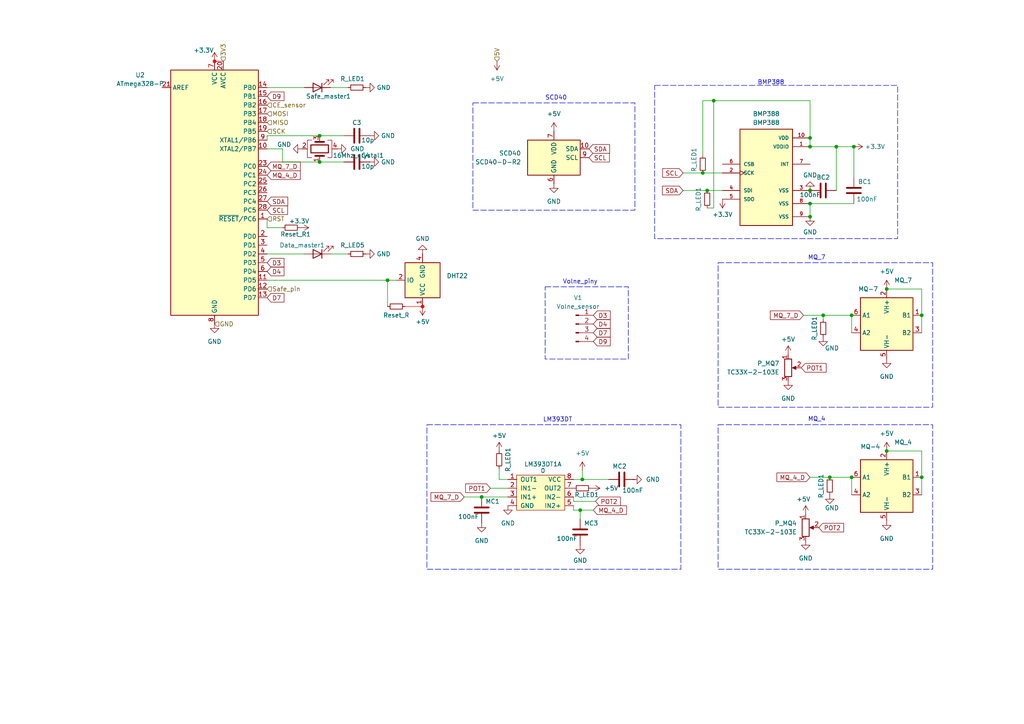
<source format=kicad_sch>
(kicad_sch (version 20230121) (generator eeschema)
  (paper "A4")
  (lib_symbols
    (symbol "BMP388:BMP388" (pin_names (offset 1.016))
      (property "Reference" "U" (at -1.27 16.51 0))
      (property "Value" "BMP388" (at -7.6268 -15.2536 0))
      (symbol "BMP388_0_0"
        (rectangle (start -7.62 15.24) (end 7.62 -12.7) (stroke (width 0.254)) (fill (type background)))
        (pin power_in line (at 12.7 10.16 180) (length 5.08) (name "VDDIO") (number "1"))
        (pin power_in line (at 12.7 12.7 180) (length 5.08) (name "VDD") (number "10"))
        (pin input clock (at -12.7 2.54 0) (length 5.08) (name "SCK") (number "2"))
        (pin power_in line (at 12.7 -2.54 180) (length 5.08) (name "VSS") (number "3"))
        (pin bidirectional line (at -12.7 -2.54 0) (length 5.08) (name "SDI") (number "4"))
        (pin bidirectional line (at -12.7 -5.08 0) (length 5.08) (name "SDO") (number "5"))
        (pin input line (at -12.7 5.08 0) (length 5.08) (name "CSB") (number "6"))
        (pin output line (at 12.7 5.08 180) (length 5.08) (name "INT") (number "7"))
        (pin power_in line (at 12.7 -6.35 180) (length 5.08) (name "VSS") (number "8"))
        (pin power_in line (at 12.7 -10.16 180) (length 5.08) (name "VSS") (number "9"))
      )
    )
    (symbol "Connector:Conn_01x04_Pin" (pin_names (offset 1.016) hide)
      (property "Reference" "J" (at 0 5.08 0))
      (property "Value" "Conn_01x04_Pin" (at 0 -7.62 0))
      (symbol "Conn_01x04_Pin_1_1"
        (polyline (pts (xy 1.27 -5.08) (xy 0.8636 -5.08)) (stroke (width 0.1524)))
        (polyline (pts (xy 1.27 -2.54) (xy 0.8636 -2.54)) (stroke (width 0.1524)))
        (polyline (pts (xy 1.27 0) (xy 0.8636 0)) (stroke (width 0.1524)))
        (polyline (pts (xy 1.27 2.54) (xy 0.8636 2.54)) (stroke (width 0.1524)))
        (rectangle (start 0.8636 -4.953) (end 0 -5.207) (stroke (width 0.1524)) (fill (type outline)))
        (rectangle (start 0.8636 -2.413) (end 0 -2.667) (stroke (width 0.1524)) (fill (type outline)))
        (rectangle (start 0.8636 0.127) (end 0 -0.127) (stroke (width 0.1524)) (fill (type outline)))
        (rectangle (start 0.8636 2.667) (end 0 2.413) (stroke (width 0.1524)) (fill (type outline)))
        (pin passive line (at 5.08 2.54 180) (length 3.81) (name "Pin_1") (number "1"))
        (pin passive line (at 5.08 0 180) (length 3.81) (name "Pin_2") (number "2"))
        (pin passive line (at 5.08 -2.54 180) (length 3.81) (name "Pin_3") (number "3"))
        (pin passive line (at 5.08 -5.08 180) (length 3.81) (name "Pin_4") (number "4"))
      )
    )
    (symbol "Device:C" (pin_numbers hide) (pin_names (offset 0.254))
      (property "Reference" "C" (at 0.635 2.54 0))
      (property "Value" "C" (at 0.635 -2.54 0))
      (symbol "C_0_1"
        (polyline (pts (xy -2.032 -0.762) (xy 2.032 -0.762)) (stroke (width 0.508)))
        (polyline (pts (xy -2.032 0.762) (xy 2.032 0.762)) (stroke (width 0.508)))
      )
      (symbol "C_1_1"
        (pin passive line (at 0 3.81 270) (length 2.794) (name "~") (number "1"))
        (pin passive line (at 0 -3.81 90) (length 2.794) (name "~") (number "2"))
      )
    )
    (symbol "Device:Crystal_GND24" (pin_names (offset 1.016) hide)
      (property "Reference" "Y" (at 3.175 5.08 0))
      (property "Value" "Crystal_GND24" (at 3.175 3.175 0))
      (symbol "Crystal_GND24_0_1"
        (rectangle (start -1.143 2.54) (end 1.143 -2.54) (stroke (width 0.3048)))
        (polyline (pts (xy -2.54 0) (xy -2.032 0)))
        (polyline (pts (xy -2.032 -1.27) (xy -2.032 1.27)) (stroke (width 0.508)))
        (polyline (pts (xy 0 -3.81) (xy 0 -3.556)))
        (polyline (pts (xy 0 3.556) (xy 0 3.81)))
        (polyline (pts (xy 2.032 -1.27) (xy 2.032 1.27)) (stroke (width 0.508)))
        (polyline (pts (xy 2.032 0) (xy 2.54 0)))
        (polyline (pts (xy -2.54 -2.286) (xy -2.54 -3.556) (xy 2.54 -3.556) (xy 2.54 -2.286)))
        (polyline (pts (xy -2.54 2.286) (xy -2.54 3.556) (xy 2.54 3.556) (xy 2.54 2.286)))
      )
      (symbol "Crystal_GND24_1_1"
        (pin passive line (at -3.81 0 0) (length 1.27) (name "1") (number "1"))
        (pin passive line (at 0 5.08 270) (length 1.27) (name "2") (number "2"))
        (pin passive line (at 3.81 0 180) (length 1.27) (name "3") (number "3"))
        (pin passive line (at 0 -5.08 90) (length 1.27) (name "4") (number "4"))
      )
    )
    (symbol "Device:LED" (pin_numbers hide) (pin_names (offset 1.016) hide)
      (property "Reference" "D" (at 0 2.54 0))
      (property "Value" "LED" (at 0 -2.54 0))
      (symbol "LED_0_1"
        (polyline (pts (xy -1.27 -1.27) (xy -1.27 1.27)) (stroke (width 0.254)))
        (polyline (pts (xy -1.27 0) (xy 1.27 0)))
        (polyline (pts (xy 1.27 -1.27) (xy 1.27 1.27) (xy -1.27 0) (xy 1.27 -1.27)) (stroke (width 0.254)))
        (polyline (pts (xy -3.048 -0.762) (xy -4.572 -2.286) (xy -3.81 -2.286) (xy -4.572 -2.286) (xy -4.572 -1.524)))
        (polyline (pts (xy -1.778 -0.762) (xy -3.302 -2.286) (xy -2.54 -2.286) (xy -3.302 -2.286) (xy -3.302 -1.524)))
      )
      (symbol "LED_1_1"
        (pin passive line (at -3.81 0 0) (length 2.54) (name "K") (number "1"))
        (pin passive line (at 3.81 0 180) (length 2.54) (name "A") (number "2"))
      )
    )
    (symbol "Device:R_Potentiometer" (pin_names (offset 1.016) hide)
      (property "Reference" "RV" (at -4.445 0 90))
      (property "Value" "R_Potentiometer" (at -2.54 0 90))
      (symbol "R_Potentiometer_0_1"
        (polyline (pts (xy 2.54 0) (xy 1.524 0)))
        (polyline (pts (xy 1.143 0) (xy 2.286 0.508) (xy 2.286 -0.508) (xy 1.143 0)) (fill (type outline)))
        (rectangle (start 1.016 2.54) (end -1.016 -2.54) (stroke (width 0.254)))
      )
      (symbol "R_Potentiometer_1_1"
        (pin passive line (at 0 3.81 270) (length 1.27) (name "1") (number "1"))
        (pin passive line (at 3.81 0 180) (length 1.27) (name "2") (number "2"))
        (pin passive line (at 0 -3.81 90) (length 1.27) (name "3") (number "3"))
      )
    )
    (symbol "Device:R_Small" (pin_numbers hide) (pin_names (offset 0.254) hide)
      (property "Reference" "R" (at 0.762 0.508 0))
      (property "Value" "R_Small" (at 0.762 -1.016 0))
      (symbol "R_Small_0_1"
        (rectangle (start -0.762 1.778) (end 0.762 -1.778) (stroke (width 0.2032)))
      )
      (symbol "R_Small_1_1"
        (pin passive line (at 0 2.54 270) (length 0.762) (name "~") (number "1"))
        (pin passive line (at 0 -2.54 90) (length 0.762) (name "~") (number "2"))
      )
    )
    (symbol "LM393DT:LM393DT" (pin_names (offset 1.016))
      (property "Reference" "IC" (at 17.78 -11.43 0))
      (property "Value" "LM393DT" (at 19.05 -15.24 0))
      (symbol "LM393DT_0_1"
        (rectangle (start -5.08 5.08) (end 8.89 -5.08) (fill (type background)))
      )
      (symbol "LM393DT_1_1"
        (pin input line (at -7.62 3.81 0) (length 2.54) (name "OUT1") (number "1"))
        (pin input line (at -7.62 1.27 0) (length 2.54) (name "IN1-") (number "2"))
        (pin input line (at -7.62 -1.27 0) (length 2.54) (name "IN1+") (number "3"))
        (pin input line (at -7.62 -3.81 0) (length 2.54) (name "GND") (number "4"))
        (pin input line (at 11.43 -3.81 180) (length 2.54) (name "IN2+") (number "5"))
        (pin input line (at 11.43 -1.27 180) (length 2.54) (name "IN2-") (number "6"))
        (pin input line (at 11.43 1.27 180) (length 2.54) (name "OUT2") (number "7"))
        (pin input line (at 11.43 3.81 180) (length 2.54) (name "VCC") (number "8"))
      )
      (symbol "LM393DT_2_0"
        (polyline (pts (xy -5.08 -7.62) (xy 7.62 0)) (stroke (width 0.254)))
        (polyline (pts (xy -5.08 7.62) (xy -5.08 -7.62)) (stroke (width 0.254)))
        (polyline (pts (xy -3.81 -2.54) (xy -1.27 -2.54)) (stroke (width 0.254)))
        (polyline (pts (xy -3.81 2.54) (xy -1.27 2.54)) (stroke (width 0.254)))
        (polyline (pts (xy -2.54 -3.81) (xy -2.54 -1.27)) (stroke (width 0.254)))
        (polyline (pts (xy 7.62 0) (xy -5.08 7.62)) (stroke (width 0.254)))
      )
      (symbol "LM393DT_2_1"
        (pin input line (at -7.62 1.27 0) (length 2.54) (name "IN1-") (number "-UB"))
        (pin input line (at -7.62 3.81 0) (length 2.54) (name "OUT1") (number "-UB"))
        (pin input line (at -7.62 -1.27 0) (length 2.54) (name "IN1+") (number "3-UB"))
        (pin input line (at -7.62 -3.81 0) (length 2.54) (name "GND") (number "4-UB"))
        (pin input line (at 11.43 -3.81 180) (length 2.54) (name "IN2+") (number "5-UB"))
        (pin input line (at 11.43 -1.27 180) (length 2.54) (name "IN2-") (number "6-UB"))
        (pin input line (at 11.43 1.27 180) (length 2.54) (name "OUT2") (number "7-UB"))
        (pin input line (at 11.43 3.81 180) (length 2.54) (name "VCC") (number "8-UB"))
      )
    )
    (symbol "MCU_Microchip_ATmega:ATmega328-P"
      (property "Reference" "U" (at -12.7 36.83 0))
      (property "Value" "ATmega328-P" (at 2.54 -36.83 0))
      (symbol "ATmega328-P_0_1"
        (rectangle (start -12.7 -35.56) (end 12.7 35.56) (stroke (width 0.254)) (fill (type background)))
      )
      (symbol "ATmega328-P_1_1"
        (pin bidirectional line (at 15.24 -7.62 180) (length 2.54) (name "~{RESET}/PC6") (number "1"))
        (pin bidirectional line (at 15.24 12.7 180) (length 2.54) (name "XTAL2/PB7") (number "10"))
        (pin bidirectional line (at 15.24 -25.4 180) (length 2.54) (name "PD5") (number "11"))
        (pin bidirectional line (at 15.24 -27.94 180) (length 2.54) (name "PD6") (number "12"))
        (pin bidirectional line (at 15.24 -30.48 180) (length 2.54) (name "PD7") (number "13"))
        (pin bidirectional line (at 15.24 30.48 180) (length 2.54) (name "PB0") (number "14"))
        (pin bidirectional line (at 15.24 27.94 180) (length 2.54) (name "PB1") (number "15"))
        (pin bidirectional line (at 15.24 25.4 180) (length 2.54) (name "PB2") (number "16"))
        (pin bidirectional line (at 15.24 22.86 180) (length 2.54) (name "PB3") (number "17"))
        (pin bidirectional line (at 15.24 20.32 180) (length 2.54) (name "PB4") (number "18"))
        (pin bidirectional line (at 15.24 17.78 180) (length 2.54) (name "PB5") (number "19"))
        (pin bidirectional line (at 15.24 -12.7 180) (length 2.54) (name "PD0") (number "2"))
        (pin power_in line (at 2.54 38.1 270) (length 2.54) (name "AVCC") (number "20"))
        (pin passive line (at -15.24 30.48 0) (length 2.54) (name "AREF") (number "21"))
        (pin passive line (at 0 -38.1 90) (length 2.54) hide (name "GND") (number "22"))
        (pin bidirectional line (at 15.24 7.62 180) (length 2.54) (name "PC0") (number "23"))
        (pin bidirectional line (at 15.24 5.08 180) (length 2.54) (name "PC1") (number "24"))
        (pin bidirectional line (at 15.24 2.54 180) (length 2.54) (name "PC2") (number "25"))
        (pin bidirectional line (at 15.24 0 180) (length 2.54) (name "PC3") (number "26"))
        (pin bidirectional line (at 15.24 -2.54 180) (length 2.54) (name "PC4") (number "27"))
        (pin bidirectional line (at 15.24 -5.08 180) (length 2.54) (name "PC5") (number "28"))
        (pin bidirectional line (at 15.24 -15.24 180) (length 2.54) (name "PD1") (number "3"))
        (pin bidirectional line (at 15.24 -17.78 180) (length 2.54) (name "PD2") (number "4"))
        (pin bidirectional line (at 15.24 -20.32 180) (length 2.54) (name "PD3") (number "5"))
        (pin bidirectional line (at 15.24 -22.86 180) (length 2.54) (name "PD4") (number "6"))
        (pin power_in line (at 0 38.1 270) (length 2.54) (name "VCC") (number "7"))
        (pin power_in line (at 0 -38.1 90) (length 2.54) (name "GND") (number "8"))
        (pin bidirectional line (at 15.24 15.24 180) (length 2.54) (name "XTAL1/PB6") (number "9"))
      )
    )
    (symbol "Sensor:DHT11"
      (property "Reference" "U" (at -3.81 6.35 0))
      (property "Value" "DHT11" (at 3.81 6.35 0))
      (symbol "DHT11_0_1"
        (rectangle (start -5.08 5.08) (end 5.08 -5.08) (stroke (width 0.254)) (fill (type background)))
      )
      (symbol "DHT11_1_1"
        (pin power_in line (at 0 7.62 270) (length 2.54) (name "VCC") (number "1"))
        (pin bidirectional line (at 7.62 0 180) (length 2.54) (name "IO") (number "2"))
        (pin no_connect line (at -5.08 0 0) (length 2.54) hide (name "NC") (number "3"))
        (pin power_in line (at 0 -7.62 90) (length 2.54) (name "GND") (number "4"))
      )
    )
    (symbol "Sensor_Gas:MQ-6"
      (property "Reference" "U" (at -6.35 8.89 0))
      (property "Value" "MQ-6" (at 3.81 8.89 0))
      (symbol "MQ-6_0_1"
        (rectangle (start -7.62 7.62) (end 7.62 -7.62) (stroke (width 0.254)) (fill (type background)))
      )
      (symbol "MQ-6_1_1"
        (pin passive line (at 10.16 2.54 180) (length 2.54) (name "B1") (number "1"))
        (pin power_in line (at 0 10.16 270) (length 2.54) (name "VH+") (number "2"))
        (pin passive line (at 10.16 -2.54 180) (length 2.54) (name "B2") (number "3"))
        (pin passive line (at -10.16 -2.54 0) (length 2.54) (name "A2") (number "4"))
        (pin power_in line (at 0 -10.16 90) (length 2.54) (name "VH-") (number "5"))
        (pin passive line (at -10.16 2.54 0) (length 2.54) (name "A1") (number "6"))
      )
    )
    (symbol "Sensor_Gas:SCD40-D-R2"
      (property "Reference" "U" (at -7.62 6.35 0))
      (property "Value" "SCD40-D-R2" (at 6.985 6.35 0))
      (symbol "SCD40-D-R2_0_1"
        (rectangle (start 7.62 5.08) (end -7.62 -5.08) (stroke (width 0.254)) (fill (type background)))
      )
      (symbol "SCD40-D-R2_1_1"
        (pin bidirectional line (at 10.16 2.54 180) (length 2.54) (name "SDA") (number "10"))
        (pin passive line (at 0 7.62 270) (length 2.54) hide (name "VDD") (number "19"))
        (pin passive line (at 0 -7.62 90) (length 2.54) hide (name "GND") (number "20"))
        (pin passive line (at 0 -7.62 90) (length 2.54) hide (name "GND") (number "21"))
        (pin power_in line (at 0 -7.62 90) (length 2.54) (name "GND") (number "6"))
        (pin power_in line (at 0 7.62 270) (length 2.54) (name "VDD") (number "7"))
        (pin input line (at 10.16 0 180) (length 2.54) (name "SCL") (number "9"))
      )
    )
    (symbol "power:+3.3V" (power) (pin_names (offset 0))
      (property "Value" "+3.3V" (at 0 3.556 0))
      (symbol "+3.3V_0_1"
        (polyline (pts (xy -0.762 1.27) (xy 0 2.54)))
        (polyline (pts (xy 0 0) (xy 0 2.54)))
        (polyline (pts (xy 0 2.54) (xy 0.762 1.27)))
      )
      (symbol "+3.3V_1_1"
        (pin power_in line (at 0 0 90) (length 0) hide (name "+3.3V") (number "1"))
      )
    )
    (symbol "power:+5V" (power) (pin_names (offset 0))
      (property "Value" "+5V" (at 0 3.556 0))
      (symbol "+5V_0_1"
        (polyline (pts (xy -0.762 1.27) (xy 0 2.54)))
        (polyline (pts (xy 0 0) (xy 0 2.54)))
        (polyline (pts (xy 0 2.54) (xy 0.762 1.27)))
      )
      (symbol "+5V_1_1"
        (pin power_in line (at 0 0 90) (length 0) hide (name "+5V") (number "1"))
      )
    )
    (symbol "power:GND" (power) (pin_names (offset 0))
      (property "Value" "GND" (at 0 -3.81 0))
      (symbol "GND_0_1"
        (polyline (pts (xy 0 0) (xy 0 -1.27) (xy 1.27 -1.27) (xy 0 -2.54) (xy -1.27 -1.27) (xy 0 -1.27)))
      )
      (symbol "GND_1_1"
        (pin power_in line (at 0 0 270) (length 0) hide (name "GND") (number "1"))
      )
    )
  )
  (junction (at 122.555 88.9) (color 255 0 0 1))
  (junction (at 257.175 130.81))
  (junction (at 62.23 17.78) (color 255 0 0 1))
  (junction (at 247.015 91.44))
  (junction (at 240.665 138.43))
  (junction (at 112.395 81.28))
  (junction (at 234.95 62.865))
  (junction (at 205.105 55.245))
  (junction (at 247.015 138.43))
  (junction (at 203.835 50.165))
  (junction (at 234.95 42.545))
  (junction (at 234.95 40.005))
  (junction (at 92.71 39.37))
  (junction (at 139.7 144.145))
  (junction (at 267.335 138.43))
  (junction (at 168.275 147.955))
  (junction (at 234.95 59.055))
  (junction (at 247.65 42.545))
  (junction (at 168.91 139.065))
  (junction (at 234.95 55.245))
  (junction (at 238.76 91.44))
  (junction (at 242.57 42.545))
  (junction (at 92.71 46.99))
  (junction (at 257.175 83.82))
  (junction (at 267.335 91.44))
  (junction (at 207.01 29.21))
  (wire (pts (xy 77.47 43.18) (xy 81.915 43.18)))
  (wire (pts (xy 267.335 91.44) (xy 267.335 83.82)))
  (wire (pts (xy 247.015 138.43) (xy 247.015 143.51)))
  (wire (pts (xy 112.395 81.28) (xy 114.935 81.28)))
  (wire (pts (xy 267.335 130.81) (xy 257.175 130.81)))
  (wire (pts (xy 139.7 144.145) (xy 147.32 144.145)))
  (wire (pts (xy 238.76 91.44) (xy 247.015 91.44)))
  (wire (pts (xy 168.91 139.065) (xy 176.53 139.065)))
  (wire (pts (xy 95.885 25.4) (xy 100.965 25.4)))
  (wire (pts (xy 112.395 88.9) (xy 112.395 81.28)))
  (wire (pts (xy 198.12 55.245) (xy 205.105 55.245)))
  (wire (pts (xy 172.085 147.955) (xy 168.275 147.955)))
  (wire (pts (xy 267.335 91.44) (xy 267.335 96.52)))
  (wire (pts (xy 240.665 138.43) (xy 247.015 138.43)))
  (wire (pts (xy 207.01 29.21) (xy 234.95 29.21)))
  (wire (pts (xy 234.95 40.005) (xy 234.95 42.545)))
  (wire (pts (xy 267.335 83.82) (xy 257.175 83.82)))
  (wire (pts (xy 77.47 39.37) (xy 92.71 39.37)))
  (wire (pts (xy 117.475 88.9) (xy 122.555 88.9)) (stroke (width 0) (color 255 0 0 1)))
  (wire (pts (xy 267.335 138.43) (xy 267.335 130.81)))
  (wire (pts (xy 81.915 46.99) (xy 92.71 46.99)))
  (wire (pts (xy 203.835 29.21) (xy 207.01 29.21)))
  (wire (pts (xy 203.835 50.165) (xy 209.55 50.165)))
  (wire (pts (xy 203.835 45.085) (xy 203.835 29.21)))
  (wire (pts (xy 205.105 60.325) (xy 207.01 60.325)))
  (wire (pts (xy 166.37 145.415) (xy 166.37 144.145)))
  (wire (pts (xy 166.37 147.955) (xy 166.37 146.685)))
  (wire (pts (xy 77.47 39.37) (xy 77.47 40.64)))
  (wire (pts (xy 77.47 73.66) (xy 88.265 73.66)))
  (wire (pts (xy 168.275 147.955) (xy 166.37 147.955)))
  (wire (pts (xy 240.665 138.43) (xy 234.95 138.43)))
  (wire (pts (xy 95.885 73.66) (xy 100.965 73.66)))
  (wire (pts (xy 242.57 42.545) (xy 242.57 55.245)))
  (wire (pts (xy 77.47 66.04) (xy 77.47 63.5)))
  (wire (pts (xy 81.915 66.04) (xy 77.47 66.04)))
  (wire (pts (xy 92.71 39.37) (xy 99.695 39.37)))
  (wire (pts (xy 247.015 91.44) (xy 247.015 96.52)))
  (wire (pts (xy 184.15 139.065) (xy 183.515 139.065)))
  (wire (pts (xy 234.95 59.055) (xy 247.65 59.055)))
  (wire (pts (xy 168.91 136.525) (xy 168.91 139.065)))
  (wire (pts (xy 205.105 55.245) (xy 209.55 55.245)))
  (wire (pts (xy 144.78 139.065) (xy 147.32 139.065)))
  (wire (pts (xy 242.57 42.545) (xy 247.65 42.545)))
  (wire (pts (xy 92.71 46.99) (xy 99.695 46.99)))
  (wire (pts (xy 207.01 29.21) (xy 207.01 60.325)))
  (wire (pts (xy 238.76 92.71) (xy 238.76 91.44)))
  (wire (pts (xy 267.335 138.43) (xy 267.335 143.51)))
  (wire (pts (xy 234.95 42.545) (xy 242.57 42.545)))
  (wire (pts (xy 172.72 145.415) (xy 166.37 145.415)))
  (wire (pts (xy 81.915 43.18) (xy 81.915 46.99)))
  (wire (pts (xy 198.12 50.165) (xy 203.835 50.165)))
  (wire (pts (xy 168.91 139.065) (xy 166.37 139.065)))
  (wire (pts (xy 77.47 25.4) (xy 88.265 25.4)))
  (wire (pts (xy 62.23 17.78) (xy 64.77 17.78)) (stroke (width 0) (color 255 0 0 1)))
  (wire (pts (xy 134.62 144.145) (xy 139.7 144.145)))
  (wire (pts (xy 142.24 141.605) (xy 147.32 141.605)))
  (wire (pts (xy 168.275 147.955) (xy 168.275 150.495)))
  (wire (pts (xy 144.78 135.89) (xy 144.78 139.065)))
  (wire (pts (xy 234.95 59.055) (xy 234.95 62.865)))
  (wire (pts (xy 77.47 81.28) (xy 112.395 81.28)))
  (wire (pts (xy 238.76 91.44) (xy 233.045 91.44)))
  (wire (pts (xy 247.65 42.545) (xy 247.65 51.435)))
  (wire (pts (xy 234.95 29.21) (xy 234.95 40.005)))
  (rectangle (start 189.865 24.765) (end 260.35 69.215) (stroke (width 0) (type dash)))
  (rectangle (start 158.115 83.185) (end 182.245 104.14) (stroke (width 0) (type dash)))
  (rectangle (start 123.825 123.19) (end 197.485 165.1) (stroke (width 0) (type dash)))
  (rectangle (start 137.16 29.845) (end 184.15 60.96) (stroke (width 0) (type dash)))
  (rectangle (start 208.28 76.2) (end 270.51 118.11) (stroke (width 0) (type dash)))
  (rectangle (start 208.28 123.19) (end 270.51 165.1) (stroke (width 0) (type dash)))
  (text "LM393DT" (at 157.48 122.555 0) (effects (font (size 1.27 1.27)) (justify left bottom)))
  (text "SCD40" (at 158.115 29.21 0) (effects (font (size 1.27 1.27)) (justify left bottom)))
  (text "MQ_7\n" (at 234.315 75.565 0) (effects (font (size 1.27 1.27)) (justify left bottom)))
  (text "Volne_piny" (at 163.195 82.55 0) (effects (font (size 1.27 1.27)) (justify left bottom)))
  (text "MQ_4\n\n" (at 234.315 124.46 0) (effects (font (size 1.27 1.27)) (justify left bottom)))
  (text "BMP388" (at 219.71 24.765 0) (effects (font (size 1.27 1.27)) (justify left bottom)))
  (global_label "SCL" (shape input) (at 77.47 60.96 0) (property "Intersheetrefs" "${INTERSHEET_REFS}" (effects hide)))
  (global_label "SDA" (shape input) (at 198.12 55.245 180) (property "Intersheetrefs" "${INTERSHEET_REFS}" (effects hide)))
  (global_label "MQ_7_D" (shape input) (at 134.62 144.145 180) (property "Intersheetrefs" "${INTERSHEET_REFS}" (effects hide)))
  (global_label "D4" (shape input) (at 172.085 93.98 0) (property "Intersheetrefs" "${INTERSHEET_REFS}" (effects hide)))
  (global_label "D7" (shape input) (at 77.47 86.36 0) (property "Intersheetrefs" "${INTERSHEET_REFS}" (effects hide)))
  (global_label "D3" (shape input) (at 172.085 91.44 0) (property "Intersheetrefs" "${INTERSHEET_REFS}" (effects hide)))
  (global_label "POT2" (shape input) (at 172.72 145.415 0) (property "Intersheetrefs" "${INTERSHEET_REFS}" (effects hide)))
  (global_label "POT1" (shape input) (at 232.41 106.68 0) (property "Intersheetrefs" "${INTERSHEET_REFS}" (effects hide)))
  (global_label "POT1" (shape input) (at 142.24 141.605 180) (property "Intersheetrefs" "${INTERSHEET_REFS}" (effects hide)))
  (global_label "SCL" (shape input) (at 170.815 45.72 0) (property "Intersheetrefs" "${INTERSHEET_REFS}" (effects hide)))
  (global_label "MQ_4_D" (shape input) (at 172.085 147.955 0) (property "Intersheetrefs" "${INTERSHEET_REFS}" (effects hide)))
  (global_label "MQ_4_D" (shape input) (at 77.47 50.8 0) (property "Intersheetrefs" "${INTERSHEET_REFS}" (effects hide)))
  (global_label "SCL" (shape input) (at 198.12 50.165 180) (property "Intersheetrefs" "${INTERSHEET_REFS}" (effects hide)))
  (global_label "POT2" (shape input) (at 237.49 153.035 0) (property "Intersheetrefs" "${INTERSHEET_REFS}" (effects hide)))
  (global_label "SDA" (shape input) (at 77.47 58.42 0) (property "Intersheetrefs" "${INTERSHEET_REFS}" (effects hide)))
  (global_label "MQ_4_D" (shape input) (at 234.95 138.43 180) (property "Intersheetrefs" "${INTERSHEET_REFS}" (effects hide)))
  (global_label "D9" (shape input) (at 77.47 27.94 0) (property "Intersheetrefs" "${INTERSHEET_REFS}" (effects hide)))
  (global_label "D4" (shape input) (at 77.47 78.74 0) (property "Intersheetrefs" "${INTERSHEET_REFS}" (effects hide)))
  (global_label "SDA" (shape input) (at 170.815 43.18 0) (property "Intersheetrefs" "${INTERSHEET_REFS}" (effects hide)))
  (global_label "D7" (shape input) (at 172.085 96.52 0) (property "Intersheetrefs" "${INTERSHEET_REFS}" (effects hide)))
  (global_label "D3" (shape input) (at 77.47 76.2 0) (property "Intersheetrefs" "${INTERSHEET_REFS}" (effects hide)))
  (global_label "MQ_7_D" (shape input) (at 233.045 91.44 180) (property "Intersheetrefs" "${INTERSHEET_REFS}" (effects hide)))
  (global_label "MQ_7_D" (shape input) (at 77.47 48.26 0) (property "Intersheetrefs" "${INTERSHEET_REFS}" (effects hide)))
  (global_label "D9" (shape input) (at 172.085 99.06 0) (property "Intersheetrefs" "${INTERSHEET_REFS}" (effects hide)))
  (hierarchical_label "CE_sensor" (shape input) (at 77.47 30.48 0))
  (hierarchical_label "3V3" (shape input) (at 64.77 17.78 90))
  (hierarchical_label "5V" (shape input) (at 144.145 17.78 90))
  (hierarchical_label "MOSI" (shape input) (at 77.47 33.02 0))
  (hierarchical_label "Safe_pin" (shape input) (at 77.47 83.82 0))
  (hierarchical_label "MISO" (shape input) (at 77.47 35.56 0))
  (hierarchical_label "GND" (shape input) (at 62.23 93.98 0))
  (hierarchical_label "RST" (shape input) (at 77.47 63.5 0))
  (hierarchical_label "SCK" (shape input) (at 77.47 38.1 0))
  (symbol (lib_id "power:+3.3V") (at 247.65 42.545 270) (unit 1)
    (property "Reference" "#PWR039" (effects hide))
    (property "Value" "+3.3V" (at 250.825 42.545 90) (effects (justify left)))
  )
  (symbol (lib_id "power:+5V") (at 228.6 102.87 0) (unit 1)
    (property "Reference" "#PWR042" (effects hide))
    (property "Value" "+5V" (at 228.6 98.425 0))
  )
  (symbol (lib_id "Device:C") (at 247.65 55.245 180) (unit 1)
    (property "Reference" "BC1" (at 250.825 52.705 0))
    (property "Value" "100nF" (at 251.46 57.785 0))
    (property "Footprint" "Capacitor_SMD:C_0805_2012Metric" (effects hide))
    (property "LCSC" "C49678" (effects hide))
  )
  (symbol (lib_id "Device:C") (at 103.505 39.37 90) (unit 1)
    (property "Reference" "C3" (at 103.505 35.56 90))
    (property "Value" "10p" (at 106.68 40.64 90))
    (property "Footprint" "Capacitor_SMD:C_0805_2012Metric" (effects hide))
    (property "LCSC" "C157608" (effects hide))
  )
  (symbol (lib_id "power:GND") (at 234.95 62.865 0) (unit 1)
    (property "Reference" "#PWR054" (effects hide))
    (property "Value" "GND" (at 234.95 67.31 0))
  )
  (symbol (lib_id "power:+5V") (at 233.68 149.225 0) (unit 1)
    (property "Reference" "#PWR047" (effects hide))
    (property "Value" "+5V" (at 233.045 144.78 0))
  )
  (symbol (lib_id "LM393DT:LM393DT") (at 154.94 142.875 0) (unit 1)
    (property "Reference" "LM393DT1" (at 157.48 134.62 0))
    (property "Value" "0" (at 157.48 136.525 0))
    (property "Footprint" "ST:LM393DT" (effects hide))
    (property "LCSC" "C32901" (effects hide))
  )
  (symbol (lib_id "Device:R_Small") (at 203.835 47.625 180) (unit 1)
    (property "Reference" "R_LED1" (at 201.295 46.355 90))
    (property "Value" "4.7K" (effects hide))
    (property "Footprint" "Resistor_SMD:R_0805_2012Metric" (effects hide))
    (property "LCSC" "C17673" (effects hide))
    (instances (project "Chytry_sklep" (path "" (reference "R_LED1") (unit 1)) (path "" (reference "BR1") (unit 1))))
  )
  (symbol (lib_id "power:GND") (at 106.045 25.4 90) (unit 1)
    (property "Reference" "#PWR09" (effects hide))
    (property "Value" "GND" (at 109.22 25.4 90) (effects (justify right)))
  )
  (symbol (lib_id "power:GND") (at 106.045 73.66 90) (unit 1)
    (property "Reference" "#PWR08" (effects hide))
    (property "Value" "GND" (at 109.22 73.66 90) (effects (justify right)))
  )
  (symbol (lib_id "Device:R_Small") (at 103.505 25.4 90) (unit 1)
    (property "Reference" "R_LED1" (at 102.235 22.86 90))
    (property "Value" "220" (effects hide))
    (property "Footprint" "Resistor_SMD:R_0805_2012Metric" (effects hide))
    (property "LCSC" "C17557" (effects hide))
    (instances (project "Chytry_sklep" (path "" (reference "R_LED1") (unit 1)) (path "" (reference "R7") (unit 1))))
  )
  (symbol (lib_id "power:+5V") (at 168.91 136.525 0) (unit 1)
    (property "Reference" "#PWR044" (effects hide))
    (property "Value" "+5V" (at 168.91 131.445 0))
  )
  (symbol (lib_id "Sensor_Gas:MQ-6") (at 257.175 140.97 0) (unit 1)
    (property "Reference" "MQ_4" (at 259.3691 128.27 0) (effects (justify left)))
    (property "Value" "MQ-4" (at 249.555 129.54 0) (effects (justify left)))
    (property "Footprint" "Sensor:MQ-6" (effects hide))
  )
  (symbol (lib_id "power:GND") (at 62.23 93.98 0) (unit 1)
    (property "Reference" "#PWR07" (effects hide))
    (property "Value" "GND" (at 62.23 99.06 0))
  )
  (symbol (lib_id "power:GND") (at 233.68 156.845 0) (unit 1)
    (property "Reference" "#PWR048" (effects hide))
    (property "Value" "GND" (at 233.68 161.925 0))
  )
  (symbol (lib_id "Device:C") (at 103.505 46.99 90) (unit 1)
    (property "Reference" "C4" (at 106.045 45.085 90))
    (property "Value" "10p" (at 106.68 48.26 90))
    (property "Footprint" "Capacitor_SMD:C_0805_2012Metric" (effects hide))
    (property "LCSC" "C157608" (effects hide))
  )
  (symbol (lib_id "power:+5V") (at 144.78 130.81 0) (unit 1)
    (property "Reference" "#PWR043" (effects hide))
    (property "Value" "+5V" (at 144.78 126.365 0))
  )
  (symbol (lib_id "power:+3.3V") (at 209.55 57.785 180) (unit 1)
    (property "Reference" "#PWR012" (effects hide))
    (property "Value" "+3.3V" (at 209.55 62.23 0))
  )
  (symbol (lib_id "power:+3.3V") (at 86.995 66.04 270) (unit 1)
    (property "Reference" "#PWR05" (effects hide))
    (property "Value" "+3.3V" (at 83.82 64.135 90) (effects (justify left)))
    (instances (project "Chytry_sklep" (path "" (reference "#PWR05") (unit 1)) (path "" (reference "#PWR025") (unit 1))))
  )
  (symbol (lib_id "Device:C") (at 139.7 147.955 180) (unit 1)
    (property "Reference" "MC1" (at 142.875 145.415 0))
    (property "Value" "100nF" (at 135.89 149.86 0))
    (property "Footprint" "Capacitor_SMD:C_0805_2012Metric" (effects hide))
    (property "LCSC" "C49678" (effects hide))
  )
  (symbol (lib_id "BMP388:BMP388") (at 222.25 52.705 0) (unit 1)
    (property "Reference" "BMP388" (at 222.25 33.02 0))
    (property "Value" "BMP388" (at 222.25 35.56 0))
    (property "Footprint" "Bosh:BMP388" (effects hide))
    (property "LCSC" "C779278" (effects hide))
  )
  (symbol (lib_id "Device:R_Small") (at 114.935 88.9 90) (unit 1)
    (property "Reference" "Reset_R" (at 114.935 91.44 90))
    (property "Value" "10k" (effects hide))
    (property "Footprint" "Resistor_SMD:R_0402_1005Metric" (effects hide))
    (property "LCSC" "C17414" (effects hide))
    (instances (project "Chytry_sklep" (path "" (reference "Reset_R") (unit 1)) (path "" (reference "DR1") (unit 1))))
  )
  (symbol (lib_id "power:+5V") (at 122.555 88.9 180) (unit 1)
    (property "Reference" "#PWR02" (effects hide))
    (property "Value" "+5V" (at 122.555 93.345 0))
  )
  (symbol (lib_id "Device:R_Potentiometer") (at 233.68 153.035 0) (unit 1)
    (property "Reference" "P_MQ4" (at 231.14 151.765 0) (effects (justify right)))
    (property "Value" "TC33X-2-103E" (at 231.14 154.305 0) (effects (justify right)))
    (property "Footprint" "Potentiometer_SMD:Potentiometer_Bourns_3314G_Vertical" (effects hide))
    (property "LCSC" "C780220" (effects hide))
  )
  (symbol (lib_id "power:+3.3V") (at 62.23 17.78 0) (unit 1)
    (property "Reference" "#PWR04" (effects hide))
    (property "Value" "+3.3V" (at 59.055 14.605 0))
  )
  (symbol (lib_id "Device:C") (at 168.275 154.305 180) (unit 1)
    (property "Reference" "MC3" (at 171.45 151.765 0))
    (property "Value" "100nF" (at 164.465 156.21 0))
    (property "Footprint" "Capacitor_SMD:C_0805_2012Metric" (effects hide))
    (property "LCSC" "C49678" (effects hide))
  )
  (symbol (lib_id "power:GND") (at 107.315 39.37 90) (unit 1)
    (property "Reference" "#PWR018" (effects hide))
    (property "Value" "GND" (at 110.49 39.37 90) (effects (justify right)))
  )
  (symbol (lib_id "Device:R_Small") (at 205.105 57.785 180) (unit 1)
    (property "Reference" "R_LED1" (at 202.565 57.785 90))
    (property "Value" "4.7K" (effects hide))
    (property "Footprint" "Resistor_SMD:R_0805_2012Metric" (effects hide))
    (property "LCSC" "C17673" (effects hide))
    (instances (project "Chytry_sklep" (path "" (reference "R_LED1") (unit 1)) (path "" (reference "BR2") (unit 1))))
  )
  (symbol (lib_id "power:GND") (at 147.32 146.685 0) (unit 1)
    (property "Reference" "#PWR046" (effects hide))
    (property "Value" "GND" (at 147.32 151.765 0))
  )
  (symbol (lib_id "Device:R_Small") (at 240.665 140.97 0) (mirror y) (unit 1)
    (property "Reference" "R_LED1" (at 238.125 140.97 90))
    (property "Value" "10K" (effects hide))
    (property "Footprint" "Resistor_SMD:R_0805_2012Metric" (effects hide))
    (property "LCSC" "C17414" (effects hide))
    (instances (project "Chytry_sklep" (path "" (reference "R_LED1") (unit 1)) (path "" (reference "MR4") (unit 1))))
  )
  (symbol (lib_id "power:+5V") (at 257.175 83.82 0) (unit 1)
    (property "Reference" "#PWR014" (effects hide))
    (property "Value" "+5V" (at 257.175 78.74 0))
  )
  (symbol (lib_id "power:GND") (at 168.275 158.115 0) (unit 1)
    (property "Reference" "#PWR015" (effects hide))
    (property "Value" "GND" (at 168.275 162.56 0))
  )
  (symbol (lib_id "power:GND") (at 97.79 43.18 90) (unit 1)
    (property "Reference" "#PWR059" (effects hide))
    (property "Value" "GND" (at 101.6 43.18 90) (effects (justify right)))
  )
  (symbol (lib_id "Device:R_Small") (at 238.76 95.25 0) (mirror y) (unit 1)
    (property "Reference" "R_LED1" (at 236.22 95.25 90))
    (property "Value" "10K" (effects hide))
    (property "Footprint" "Resistor_SMD:R_0805_2012Metric" (effects hide))
    (property "LCSC" "C17414" (effects hide))
    (instances (project "Chytry_sklep" (path "" (reference "R_LED1") (unit 1)) (path "" (reference "MR1") (unit 1))))
  )
  (symbol (lib_id "power:GND") (at 257.175 151.13 0) (unit 1)
    (property "Reference" "#PWR051" (effects hide))
    (property "Value" "GND" (at 257.175 156.21 0))
  )
  (symbol (lib_id "power:+5V") (at 160.655 38.1 0) (unit 1)
    (property "Reference" "#PWR053" (effects hide))
    (property "Value" "+5V" (at 160.655 33.02 0))
  )
  (symbol (lib_id "power:GND") (at 228.6 110.49 0) (unit 1)
    (property "Reference" "#PWR041" (effects hide))
    (property "Value" "GND" (at 228.6 115.57 0))
  )
  (symbol (lib_id "Device:R_Small") (at 168.91 141.605 90) (unit 1)
    (property "Reference" "R_LED1" (at 170.18 143.51 90))
    (property "Value" "10K" (effects hide))
    (property "Footprint" "Resistor_SMD:R_0805_2012Metric" (effects hide))
    (property "LCSC" "C17414" (effects hide))
    (instances (project "Chytry_sklep" (path "" (reference "R_LED1") (unit 1)) (path "" (reference "MR3") (unit 1))))
  )
  (symbol (lib_id "MCU_Microchip_ATmega:ATmega328-P") (at 62.23 55.88 0) (unit 1) (in_bom no)
    (property "Reference" "U2" (at 40.64 21.7521 0))
    (property "Value" "ATmega328-P" (at 40.64 24.2921 0))
    (property "Footprint" "Package_DIP:DIP-28_W7.62mm" (effects hide))
    (property "Datasheet" "http://ww1.microchip.com/downloads/en/DeviceDoc/ATmega328_P%20AVR%20MCU%20with%20picoPower%20Technology%20Data%20Sheet%2040001984A.pdf" (effects hide))
  )
  (symbol (lib_id "Device:R_Potentiometer") (at 228.6 106.68 0) (unit 1)
    (property "Reference" "P_MQ7" (at 226.06 105.41 0) (effects (justify right)))
    (property "Value" "TC33X-2-103E" (at 226.06 107.95 0) (effects (justify right)))
    (property "Footprint" "Potentiometer_SMD:Potentiometer_Bourns_3314G_Vertical" (effects hide))
    (property "LCSC" "C780220" (effects hide))
  )
  (symbol (lib_id "Device:C") (at 180.34 139.065 270) (unit 1)
    (property "Reference" "MC2" (at 179.705 135.255 90))
    (property "Value" "100nF" (at 183.515 142.24 90))
    (property "Footprint" "Capacitor_SMD:C_0805_2012Metric" (effects hide))
    (property "LCSC" "C49678" (effects hide))
  )
  (symbol (lib_id "Sensor_Gas:MQ-6") (at 257.175 93.98 0) (unit 1)
    (property "Reference" "MQ_7" (at 259.3691 81.28 0) (effects (justify left)))
    (property "Value" "MQ-7" (at 248.92 83.82 0) (effects (justify left)))
    (property "Footprint" "Sensor:MQ-6" (effects hide))
    (property "LCSC" "C242495" (effects hide))
  )
  (symbol (lib_id "power:GND") (at 257.175 104.14 0) (unit 1)
    (property "Reference" "#PWR013" (effects hide))
    (property "Value" "GND" (at 257.175 109.22 0))
  )
  (symbol (lib_id "power:GND") (at 234.95 55.245 180) (unit 1)
    (property "Reference" "#PWR055" (effects hide))
    (property "Value" "GND" (at 234.95 50.8 0))
  )
  (symbol (lib_id "Device:Crystal_GND24") (at 92.71 43.18 90) (unit 1)
    (property "Reference" "16Mhz_crystal1" (at 96.52 45.085 90) (effects (justify right)))
    (property "Value" "16Mhz" (effects hide))
    (property "Footprint" "Crystal:Crystal_SMD_3225-4Pin_3.2x2.5mm" (effects hide))
    (property "LCSC" "C13738" (effects hide))
    (instances (project "Chytry_sklep" (path "" (reference "16Mhz_crystal1") (unit 1)) (path "" (reference "X2") (unit 1))))
  )
  (symbol (lib_id "power:+5V") (at 144.145 17.78 180) (unit 1)
    (property "Reference" "#PWR03" (effects hide))
    (property "Value" "+5V" (at 144.145 22.86 0))
  )
  (symbol (lib_id "Device:C") (at 238.76 55.245 270) (unit 1)
    (property "Reference" "BC2" (at 238.76 51.435 90))
    (property "Value" "100nF" (at 234.95 56.515 90))
    (property "Footprint" "Capacitor_SMD:C_0805_2012Metric" (effects hide))
    (property "LCSC" "C49678" (effects hide))
  )
  (symbol (lib_id "power:GND") (at 139.7 151.765 0) (unit 1)
    (property "Reference" "#PWR040" (effects hide))
    (property "Value" "GND" (at 139.7 156.845 0))
  )
  (symbol (lib_id "power:+5V") (at 171.45 141.605 270) (unit 1)
    (property "Reference" "#PWR049" (effects hide))
    (property "Value" "+5V" (at 175.26 141.605 90) (effects (justify left)))
  )
  (symbol (lib_id "Connector:Conn_01x04_Pin") (at 167.005 93.98 0) (unit 1) (in_bom no)
    (property "Reference" "V1" (at 167.64 86.36 0))
    (property "Value" "Volne_sensor" (at 167.64 88.9 0))
    (property "Footprint" "Connector_PinSocket_2.54mm:PinSocket_1x04_P2.54mm_Vertical" (effects hide))
  )
  (symbol (lib_id "Device:R_Small") (at 144.78 133.35 0) (unit 1)
    (property "Reference" "R_LED1" (at 147.32 133.35 90))
    (property "Value" "10K" (effects hide))
    (property "Footprint" "Resistor_SMD:R_0805_2012Metric" (effects hide))
    (property "LCSC" "C17414" (effects hide))
    (instances (project "Chytry_sklep" (path "" (reference "R_LED1") (unit 1)) (path "" (reference "MR2") (unit 1))))
  )
  (symbol (lib_id "Sensor_Gas:SCD40-D-R2") (at 160.655 45.72 0) (unit 1)
    (property "Reference" "SCD40" (at 151.13 44.45 0) (effects (justify right)))
    (property "Value" "SCD40-D-R2" (at 151.13 46.99 0) (effects (justify right)))
    (property "Footprint" "Sensor:Sensirion_SCD4x-1EP_10.1x10.1mm_P1.25mm_EP4.8x4.8mm" (effects hide))
    (property "Datasheet" "https://sensirion.com/media/documents/E0F04247/631EF271/CD_DS_SCD40_SCD41_Datasheet_D1.pdf" (effects hide))
    (property "LCSC" "C3659421" (effects hide))
  )
  (symbol (lib_id "Device:LED") (at 92.075 73.66 180) (unit 1)
    (property "Reference" "Data_master1" (at 87.63 71.12 0))
    (property "Value" "LED" (effects hide))
    (property "Footprint" "LED_SMD:LED_0805_2012Metric" (effects hide))
    (property "LCSC" "C2296" (effects hide))
    (instances (project "Chytry_sklep" (path "" (reference "Data_master1") (unit 1)) (path "" (reference "SSafe1") (unit 1))))
  )
  (symbol (lib_id "Device:R_Small") (at 84.455 66.04 90) (unit 1)
    (property "Reference" "Reset_R1" (at 85.725 67.945 90))
    (property "Value" "10k" (effects hide))
    (property "Footprint" "Resistor_SMD:R_0805_2012Metric" (effects hide))
    (property "LCSC" "C17414" (effects hide))
    (instances (project "Chytry_sklep" (path "" (reference "Reset_R1") (unit 1)) (path "" (reference "RR2") (unit 1))))
  )
  (symbol (lib_id "power:GND") (at 122.555 73.66 180) (unit 1)
    (property "Reference" "#PWR01" (effects hide))
    (property "Value" "GND" (at 122.555 69.215 0))
  )
  (symbol (lib_id "Device:LED") (at 92.075 25.4 180) (unit 1)
    (property "Reference" "Safe_master1" (at 95.25 27.94 0))
    (property "Value" "LED" (effects hide))
    (property "Footprint" "LED_SMD:LED_0805_2012Metric" (effects hide))
    (property "LCSC" "C2297" (effects hide))
    (instances (project "Chytry_sklep" (path "" (reference "Safe_master1") (unit 1)) (path "" (reference "SData1") (unit 1))))
  )
  (symbol (lib_id "Sensor:DHT11") (at 122.555 81.28 180) (unit 1) (in_bom no)
    (property "Reference" "DHT22" (at 129.54 80.01 0) (effects (justify right)))
    (property "Value" "DHT11" (effects hide))
    (property "Footprint" "Sensor:Aosong_DHT11_5.5x12.0_P2.54mm" (effects hide))
    (property "Datasheet" "http://akizukidenshi.com/download/ds/aosong/DHT11.pdf" (effects hide))
  )
  (symbol (lib_id "Device:R_Small") (at 103.505 73.66 90) (unit 1)
    (property "Reference" "R_LED5" (at 102.235 71.12 90))
    (property "Value" "220" (effects hide))
    (property "Footprint" "Resistor_SMD:R_0805_2012Metric" (effects hide))
    (property "LCSC" "C17557" (effects hide))
    (instances (project "Chytry_sklep" (path "" (reference "R_LED5") (unit 1)) (path "" (reference "R6") (unit 1))))
  )
  (symbol (lib_id "power:GND") (at 183.515 139.065 90) (unit 1)
    (property "Reference" "#PWR045" (effects hide))
    (property "Value" "GND" (at 187.325 139.065 90) (effects (justify right)))
  )
  (symbol (lib_id "power:GND") (at 160.655 53.34 0) (unit 1)
    (property "Reference" "#PWR016" (effects hide))
    (property "Value" "GND" (at 160.655 58.42 0))
  )
  (symbol (lib_id "power:+5V") (at 257.175 130.81 0) (unit 1)
    (property "Reference" "#PWR050" (effects hide))
    (property "Value" "+5V" (at 257.175 125.73 0))
  )
  (symbol (lib_id "power:GND") (at 240.665 143.51 0) (mirror y) (unit 1)
    (property "Reference" "#PWR052" (effects hide))
    (property "Value" "GND" (at 241.3 147.32 0))
  )
  (symbol (lib_id "power:GND") (at 107.315 46.99 90) (unit 1)
    (property "Reference" "#PWR019" (effects hide))
    (property "Value" "GND" (at 110.49 46.99 90) (effects (justify right)))
  )
  (symbol (lib_id "power:GND") (at 87.63 43.18 270) (unit 1)
    (property "Reference" "#PWR058" (effects hide))
    (property "Value" "GND" (at 84.455 41.91 90) (effects (justify right)))
  )
  (symbol (lib_id "power:GND") (at 238.76 97.79 0) (mirror y) (unit 1)
    (property "Reference" "#PWR017" (effects hide))
    (property "Value" "GND" (at 241.3 100.965 0))
  )
)
</source>
